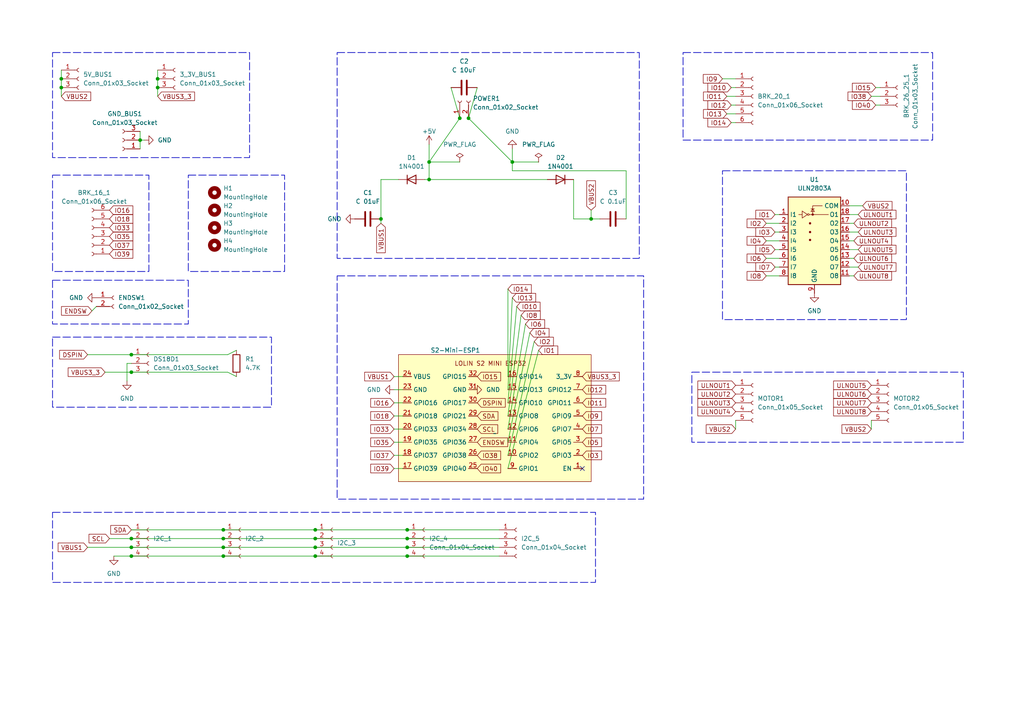
<source format=kicad_sch>
(kicad_sch (version 20230121) (generator eeschema)
  (paper "A4")
  (lib_symbols
    (symbol "Conn_01x03_Socket_1" (pin_names (offset 1.016) hide)
      (property "Reference" "J" (at 0 5.08 0))
      (property "Value" "Conn_01x03_Socket" (at 0 -5.08 0))
      (symbol "Conn_01x03_Socket_1_1_1"
        (arc (start 0 -2.032) (mid -0.5058 -2.54) (end 0 -3.048) (stroke (width 0.1524)))
        (polyline (pts (xy -1.27 -2.54) (xy -0.508 -2.54)) (stroke (width 0.1524)))
        (polyline (pts (xy -1.27 0) (xy -0.508 0)) (stroke (width 0.1524)))
        (polyline (pts (xy -1.27 2.54) (xy -0.508 2.54)) (stroke (width 0.1524)))
        (arc (start 0 0.508) (mid -0.5058 0) (end 0 -0.508) (stroke (width 0.1524)))
        (arc (start 0 3.048) (mid -0.5058 2.54) (end 0 2.032) (stroke (width 0.1524)))
        (pin passive line (at -5.08 2.54 0) (length 3.81) (name "Pin_1") (number "1"))
        (pin passive line (at -5.08 0 0) (length 3.81) (name "Pin_2") (number "2"))
        (pin passive line (at -5.08 -2.54 0) (length 3.81) (name "Pin_3") (number "3"))
      )
    )
    (symbol "Connector:Conn_01x02_Socket" (pin_names (offset 1.016) hide)
      (property "Reference" "J" (at 0 2.54 0))
      (property "Value" "Conn_01x02_Socket" (at 0 -5.08 0))
      (symbol "Conn_01x02_Socket_1_1"
        (arc (start 0 -2.032) (mid -0.5058 -2.54) (end 0 -3.048) (stroke (width 0.1524)))
        (polyline (pts (xy -1.27 -2.54) (xy -0.508 -2.54)) (stroke (width 0.1524)))
        (polyline (pts (xy -1.27 0) (xy -0.508 0)) (stroke (width 0.1524)))
        (arc (start 0 0.508) (mid -0.5058 0) (end 0 -0.508) (stroke (width 0.1524)))
        (pin passive line (at -5.08 0 0) (length 3.81) (name "Pin_1") (number "1"))
        (pin passive line (at -5.08 -2.54 0) (length 3.81) (name "Pin_2") (number "2"))
      )
    )
    (symbol "Connector:Conn_01x03_Socket" (pin_names (offset 1.016) hide)
      (property "Reference" "J" (at 0 5.08 0))
      (property "Value" "Conn_01x03_Socket" (at 0 -5.08 0))
      (symbol "Conn_01x03_Socket_1_1"
        (arc (start 0 -2.032) (mid -0.5058 -2.54) (end 0 -3.048) (stroke (width 0.1524)))
        (polyline (pts (xy -1.27 -2.54) (xy -0.508 -2.54)) (stroke (width 0.1524)))
        (polyline (pts (xy -1.27 0) (xy -0.508 0)) (stroke (width 0.1524)))
        (polyline (pts (xy -1.27 2.54) (xy -0.508 2.54)) (stroke (width 0.1524)))
        (arc (start 0 0.508) (mid -0.5058 0) (end 0 -0.508) (stroke (width 0.1524)))
        (arc (start 0 3.048) (mid -0.5058 2.54) (end 0 2.032) (stroke (width 0.1524)))
        (pin passive line (at -5.08 2.54 0) (length 3.81) (name "Pin_1") (number "1"))
        (pin passive line (at -5.08 0 0) (length 3.81) (name "Pin_2") (number "2"))
        (pin passive line (at -5.08 -2.54 0) (length 3.81) (name "Pin_3") (number "3"))
      )
    )
    (symbol "Connector:Conn_01x04_Socket" (pin_names (offset 1.016) hide)
      (property "Reference" "J" (at 0 5.08 0))
      (property "Value" "Conn_01x04_Socket" (at 0 -7.62 0))
      (symbol "Conn_01x04_Socket_1_1"
        (arc (start 0 -4.572) (mid -0.5058 -5.08) (end 0 -5.588) (stroke (width 0.1524)))
        (arc (start 0 -2.032) (mid -0.5058 -2.54) (end 0 -3.048) (stroke (width 0.1524)))
        (polyline (pts (xy -1.27 -5.08) (xy -0.508 -5.08)) (stroke (width 0.1524)))
        (polyline (pts (xy -1.27 -2.54) (xy -0.508 -2.54)) (stroke (width 0.1524)))
        (polyline (pts (xy -1.27 0) (xy -0.508 0)) (stroke (width 0.1524)))
        (polyline (pts (xy -1.27 2.54) (xy -0.508 2.54)) (stroke (width 0.1524)))
        (arc (start 0 0.508) (mid -0.5058 0) (end 0 -0.508) (stroke (width 0.1524)))
        (arc (start 0 3.048) (mid -0.5058 2.54) (end 0 2.032) (stroke (width 0.1524)))
        (pin passive line (at -5.08 2.54 0) (length 3.81) (name "Pin_1") (number "1"))
        (pin passive line (at -5.08 0 0) (length 3.81) (name "Pin_2") (number "2"))
        (pin passive line (at -5.08 -2.54 0) (length 3.81) (name "Pin_3") (number "3"))
        (pin passive line (at -5.08 -5.08 0) (length 3.81) (name "Pin_4") (number "4"))
      )
    )
    (symbol "Connector:Conn_01x05_Socket" (pin_names (offset 1.016) hide)
      (property "Reference" "J" (at 0 7.62 0))
      (property "Value" "Conn_01x05_Socket" (at 0 -7.62 0))
      (symbol "Conn_01x05_Socket_1_1"
        (arc (start 0 -4.572) (mid -0.5058 -5.08) (end 0 -5.588) (stroke (width 0.1524)))
        (arc (start 0 -2.032) (mid -0.5058 -2.54) (end 0 -3.048) (stroke (width 0.1524)))
        (polyline (pts (xy -1.27 -5.08) (xy -0.508 -5.08)) (stroke (width 0.1524)))
        (polyline (pts (xy -1.27 -2.54) (xy -0.508 -2.54)) (stroke (width 0.1524)))
        (polyline (pts (xy -1.27 0) (xy -0.508 0)) (stroke (width 0.1524)))
        (polyline (pts (xy -1.27 2.54) (xy -0.508 2.54)) (stroke (width 0.1524)))
        (polyline (pts (xy -1.27 5.08) (xy -0.508 5.08)) (stroke (width 0.1524)))
        (arc (start 0 0.508) (mid -0.5058 0) (end 0 -0.508) (stroke (width 0.1524)))
        (arc (start 0 3.048) (mid -0.5058 2.54) (end 0 2.032) (stroke (width 0.1524)))
        (arc (start 0 5.588) (mid -0.5058 5.08) (end 0 4.572) (stroke (width 0.1524)))
        (pin passive line (at -5.08 5.08 0) (length 3.81) (name "Pin_1") (number "1"))
        (pin passive line (at -5.08 2.54 0) (length 3.81) (name "Pin_2") (number "2"))
        (pin passive line (at -5.08 0 0) (length 3.81) (name "Pin_3") (number "3"))
        (pin passive line (at -5.08 -2.54 0) (length 3.81) (name "Pin_4") (number "4"))
        (pin passive line (at -5.08 -5.08 0) (length 3.81) (name "Pin_5") (number "5"))
      )
    )
    (symbol "Connector:Conn_01x06_Socket" (pin_names (offset 1.016) hide)
      (property "Reference" "J" (at 0 7.62 0))
      (property "Value" "Conn_01x06_Socket" (at 0 -10.16 0))
      (symbol "Conn_01x06_Socket_1_1"
        (arc (start 0 -7.112) (mid -0.5058 -7.62) (end 0 -8.128) (stroke (width 0.1524)))
        (arc (start 0 -4.572) (mid -0.5058 -5.08) (end 0 -5.588) (stroke (width 0.1524)))
        (arc (start 0 -2.032) (mid -0.5058 -2.54) (end 0 -3.048) (stroke (width 0.1524)))
        (polyline (pts (xy -1.27 -7.62) (xy -0.508 -7.62)) (stroke (width 0.1524)))
        (polyline (pts (xy -1.27 -5.08) (xy -0.508 -5.08)) (stroke (width 0.1524)))
        (polyline (pts (xy -1.27 -2.54) (xy -0.508 -2.54)) (stroke (width 0.1524)))
        (polyline (pts (xy -1.27 0) (xy -0.508 0)) (stroke (width 0.1524)))
        (polyline (pts (xy -1.27 2.54) (xy -0.508 2.54)) (stroke (width 0.1524)))
        (polyline (pts (xy -1.27 5.08) (xy -0.508 5.08)) (stroke (width 0.1524)))
        (arc (start 0 0.508) (mid -0.5058 0) (end 0 -0.508) (stroke (width 0.1524)))
        (arc (start 0 3.048) (mid -0.5058 2.54) (end 0 2.032) (stroke (width 0.1524)))
        (arc (start 0 5.588) (mid -0.5058 5.08) (end 0 4.572) (stroke (width 0.1524)))
        (pin passive line (at -5.08 5.08 0) (length 3.81) (name "Pin_1") (number "1"))
        (pin passive line (at -5.08 2.54 0) (length 3.81) (name "Pin_2") (number "2"))
        (pin passive line (at -5.08 0 0) (length 3.81) (name "Pin_3") (number "3"))
        (pin passive line (at -5.08 -2.54 0) (length 3.81) (name "Pin_4") (number "4"))
        (pin passive line (at -5.08 -5.08 0) (length 3.81) (name "Pin_5") (number "5"))
        (pin passive line (at -5.08 -7.62 0) (length 3.81) (name "Pin_6") (number "6"))
      )
    )
    (symbol "Device:C" (pin_numbers hide) (pin_names (offset 0.254))
      (property "Reference" "C" (at 0.635 2.54 0))
      (property "Value" "C" (at 0.635 -2.54 0))
      (symbol "C_0_1"
        (polyline (pts (xy -2.032 -0.762) (xy 2.032 -0.762)) (stroke (width 0.508)))
        (polyline (pts (xy -2.032 0.762) (xy 2.032 0.762)) (stroke (width 0.508)))
      )
      (symbol "C_1_1"
        (pin passive line (at 0 3.81 270) (length 2.794) (name "~") (number "1"))
        (pin passive line (at 0 -3.81 90) (length 2.794) (name "~") (number "2"))
      )
    )
    (symbol "Device:R" (pin_numbers hide) (pin_names (offset 0))
      (property "Reference" "R" (at 2.032 0 90))
      (property "Value" "R" (at 0 0 90))
      (symbol "R_0_1"
        (rectangle (start -1.016 -2.54) (end 1.016 2.54) (stroke (width 0.254)))
      )
      (symbol "R_1_1"
        (pin passive line (at 0 3.81 270) (length 1.27) (name "~") (number "1"))
        (pin passive line (at 0 -3.81 90) (length 1.27) (name "~") (number "2"))
      )
    )
    (symbol "Diode:1N4001" (pin_numbers hide) (pin_names hide)
      (property "Reference" "D" (at 0 2.54 0))
      (property "Value" "1N4001" (at 0 -2.54 0))
      (symbol "1N4001_0_1"
        (polyline (pts (xy -1.27 1.27) (xy -1.27 -1.27)) (stroke (width 0.254)))
        (polyline (pts (xy 1.27 0) (xy -1.27 0)))
        (polyline (pts (xy 1.27 1.27) (xy 1.27 -1.27) (xy -1.27 0) (xy 1.27 1.27)) (stroke (width 0.254)))
      )
      (symbol "1N4001_1_1"
        (pin passive line (at -3.81 0 0) (length 2.54) (name "K") (number "1"))
        (pin passive line (at 3.81 0 180) (length 2.54) (name "A") (number "2"))
      )
    )
    (symbol "Mechanical:MountingHole" (pin_names (offset 1.016))
      (property "Reference" "H" (at 0 5.08 0))
      (property "Value" "MountingHole" (at 0 3.175 0))
      (symbol "MountingHole_0_1"
        (circle (center 0 0) (radius 1.27) (stroke (width 1.27)))
      )
    )
    (symbol "TeZ-Symbols-Library:S2-MINI"
      (property "Reference" "MCU" (at 0 0 0))
      (symbol "S2-MINI_1_1"
        (rectangle (start -27.94 22.86) (end 27.94 -13.97) (fill (type background)))
        (text "LOLIN S2 MINI ESP32\n" (at -1.27 20.32 0) (effects (font (size 1.27 1.27))))
        (pin bidirectional line (at 25.4 -10.16 180) (length 2.54) (name "EN") (number "1"))
        (pin bidirectional line (at 3.81 -6.35 0) (length 2.54) (name "GPIO2") (number "10"))
        (pin bidirectional line (at 3.81 -2.54 0) (length 2.54) (name "GPIO4") (number "11"))
        (pin bidirectional line (at 3.81 1.27 0) (length 2.54) (name "GPIO6") (number "12"))
        (pin bidirectional line (at 3.81 5.08 0) (length 2.54) (name "GPIO8") (number "13"))
        (pin bidirectional line (at 3.81 8.89 0) (length 2.54) (name "GPIO10") (number "14"))
        (pin bidirectional line (at 3.81 12.7 0) (length 2.54) (name "GPIO13") (number "15"))
        (pin bidirectional line (at 3.81 16.51 0) (length 2.54) (name "GPIO14") (number "16"))
        (pin bidirectional line (at -26.67 -10.16 0) (length 2.54) (name "GPIO39") (number "17"))
        (pin bidirectional line (at -26.67 -6.35 0) (length 2.54) (name "GPIO37") (number "18"))
        (pin bidirectional line (at -26.67 -2.54 0) (length 2.54) (name "GPIO35") (number "19"))
        (pin bidirectional line (at 25.4 -6.35 180) (length 2.54) (name "GPIO3") (number "2"))
        (pin bidirectional line (at -26.67 1.27 0) (length 2.54) (name "GPIO33") (number "20"))
        (pin bidirectional line (at -26.67 5.08 0) (length 2.54) (name "GPIO18") (number "21"))
        (pin bidirectional line (at -26.67 8.89 0) (length 2.54) (name "GPIO16") (number "22"))
        (pin bidirectional line (at -26.67 12.7 0) (length 2.54) (name "GND") (number "23"))
        (pin bidirectional line (at -26.67 16.51 0) (length 2.54) (name "VBUS") (number "24"))
        (pin bidirectional line (at -5.08 -10.16 180) (length 2.54) (name "GPIO40") (number "25"))
        (pin bidirectional line (at -5.08 -6.35 180) (length 2.54) (name "GPIO38") (number "26"))
        (pin bidirectional line (at -5.08 -2.54 180) (length 2.54) (name "GPIO36") (number "27"))
        (pin bidirectional line (at -5.08 1.27 180) (length 2.54) (name "GPIO34") (number "28"))
        (pin bidirectional line (at -5.08 5.08 180) (length 2.54) (name "GPIO21") (number "29"))
        (pin bidirectional line (at 25.4 -2.54 180) (length 2.54) (name "GPIO5") (number "3"))
        (pin bidirectional line (at -5.08 8.89 180) (length 2.54) (name "GPIO17") (number "30"))
        (pin bidirectional line (at -5.08 12.7 180) (length 2.54) (name "GND") (number "31"))
        (pin bidirectional line (at -5.08 16.51 180) (length 2.54) (name "GPIO15") (number "32"))
        (pin bidirectional line (at 25.4 1.27 180) (length 2.54) (name "GPIO7") (number "4"))
        (pin bidirectional line (at 25.4 5.08 180) (length 2.54) (name "GPIO9") (number "5"))
        (pin bidirectional line (at 25.4 8.89 180) (length 2.54) (name "GPIO11") (number "6"))
        (pin bidirectional line (at 25.4 12.7 180) (length 2.54) (name "GPIO12") (number "7"))
        (pin bidirectional line (at 25.4 16.51 180) (length 2.54) (name "3_3V") (number "8"))
        (pin bidirectional line (at 3.81 -10.16 0) (length 2.54) (name "GPIO1") (number "9"))
      )
    )
    (symbol "Transistor_Array:ULN2803A"
      (property "Reference" "U" (at 0 13.335 0))
      (property "Value" "ULN2803A" (at 0 11.43 0))
      (symbol "ULN2803A_0_1"
        (rectangle (start -7.62 -15.24) (end 7.62 10.16) (stroke (width 0.254)) (fill (type background)))
        (circle (center -1.778 5.08) (radius 0.254))
        (circle (center -1.27 -2.286) (radius 0.254) (fill (type outline)))
        (circle (center -1.27 0) (radius 0.254) (fill (type outline)))
        (circle (center -1.27 2.54) (radius 0.254) (fill (type outline)))
        (circle (center -0.508 5.08) (radius 0.254) (fill (type outline)))
        (polyline (pts (xy -4.572 5.08) (xy -3.556 5.08)))
        (polyline (pts (xy -1.524 5.08) (xy 4.064 5.08)))
        (polyline (pts (xy 0 6.731) (xy -1.016 6.731)))
        (polyline (pts (xy -0.508 5.08) (xy -0.508 7.62) (xy 2.286 7.62)))
        (polyline (pts (xy -3.556 6.096) (xy -3.556 4.064) (xy -2.032 5.08) (xy -3.556 6.096)))
        (polyline (pts (xy 0 5.969) (xy -1.016 5.969) (xy -0.508 6.731) (xy 0 5.969)))
      )
      (symbol "ULN2803A_1_1"
        (pin input line (at -10.16 5.08 0) (length 2.54) (name "I1") (number "1"))
        (pin passive line (at 10.16 7.62 180) (length 2.54) (name "COM") (number "10"))
        (pin open_collector line (at 10.16 -12.7 180) (length 2.54) (name "O8") (number "11"))
        (pin open_collector line (at 10.16 -10.16 180) (length 2.54) (name "O7") (number "12"))
        (pin open_collector line (at 10.16 -7.62 180) (length 2.54) (name "O6") (number "13"))
        (pin open_collector line (at 10.16 -5.08 180) (length 2.54) (name "O5") (number "14"))
        (pin open_collector line (at 10.16 -2.54 180) (length 2.54) (name "O4") (number "15"))
        (pin open_collector line (at 10.16 0 180) (length 2.54) (name "O3") (number "16"))
        (pin open_collector line (at 10.16 2.54 180) (length 2.54) (name "O2") (number "17"))
        (pin open_collector line (at 10.16 5.08 180) (length 2.54) (name "O1") (number "18"))
        (pin input line (at -10.16 2.54 0) (length 2.54) (name "I2") (number "2"))
        (pin input line (at -10.16 0 0) (length 2.54) (name "I3") (number "3"))
        (pin input line (at -10.16 -2.54 0) (length 2.54) (name "I4") (number "4"))
        (pin input line (at -10.16 -5.08 0) (length 2.54) (name "I5") (number "5"))
        (pin input line (at -10.16 -7.62 0) (length 2.54) (name "I6") (number "6"))
        (pin input line (at -10.16 -10.16 0) (length 2.54) (name "I7") (number "7"))
        (pin input line (at -10.16 -12.7 0) (length 2.54) (name "I8") (number "8"))
        (pin passive line (at 0 -17.78 90) (length 2.54) (name "GND") (number "9"))
      )
    )
    (symbol "power:+5V" (power) (pin_names (offset 0))
      (property "Value" "+5V" (at 0 3.556 0))
      (symbol "+5V_0_1"
        (polyline (pts (xy -0.762 1.27) (xy 0 2.54)))
        (polyline (pts (xy 0 0) (xy 0 2.54)))
        (polyline (pts (xy 0 2.54) (xy 0.762 1.27)))
      )
      (symbol "+5V_1_1"
        (pin power_in line (at 0 0 90) (length 0) hide (name "+5V") (number "1"))
      )
    )
    (symbol "power:GND" (power) (pin_names (offset 0))
      (property "Value" "GND" (at 0 -3.81 0))
      (symbol "GND_0_1"
        (polyline (pts (xy 0 0) (xy 0 -1.27) (xy 1.27 -1.27) (xy 0 -2.54) (xy -1.27 -1.27) (xy 0 -1.27)))
      )
      (symbol "GND_1_1"
        (pin power_in line (at 0 0 270) (length 0) hide (name "GND") (number "1"))
      )
    )
    (symbol "power:PWR_FLAG" (power) (pin_numbers hide) (pin_names (offset 0) hide)
      (property "Value" "PWR_FLAG" (at 0 3.81 0))
      (symbol "PWR_FLAG_0_0"
        (pin power_out line (at 0 0 90) (length 0) (name "pwr") (number "1"))
      )
      (symbol "PWR_FLAG_0_1"
        (polyline (pts (xy 0 0) (xy 0 1.27) (xy -1.016 1.905) (xy 0 2.54) (xy 1.016 1.905) (xy 0 1.27)))
      )
    )
  )
  (junction (at 45.72 25.4))
  (junction (at 118.11 156.21))
  (junction (at 133.35 34.29))
  (junction (at 17.78 25.4))
  (junction (at 64.77 156.21))
  (junction (at 124.46 52.07))
  (junction (at 135.89 34.29))
  (junction (at 171.45 63.5))
  (junction (at 40.64 40.64))
  (junction (at 64.77 158.75))
  (junction (at 91.44 161.29))
  (junction (at 118.11 161.29))
  (junction (at 110.49 63.5))
  (junction (at 124.46 46.99))
  (junction (at 64.77 161.29))
  (junction (at 118.11 158.75))
  (junction (at 91.44 153.67))
  (junction (at 118.11 153.67))
  (junction (at 64.77 153.67))
  (junction (at 45.72 22.86))
  (junction (at 91.44 158.75))
  (junction (at 38.1 107.95))
  (junction (at 38.1 158.75))
  (junction (at 38.1 161.29))
  (junction (at 17.78 22.86))
  (junction (at 38.1 102.87))
  (junction (at 91.44 156.21))
  (junction (at 38.1 156.21))
  (junction (at 148.59 46.99))
  (no_connect (at 168.91 135.89))
  (wire (pts (xy 17.78 20.32) (xy 17.78 22.86)))
  (wire (pts (xy 248.92 62.23) (xy 246.38 62.23)))
  (wire (pts (xy 25.4 102.87) (xy 38.1 102.87)))
  (wire (pts (xy 224.79 67.31) (xy 226.06 67.31)))
  (wire (pts (xy 212.09 35.56) (xy 213.36 35.56)))
  (wire (pts (xy 38.1 161.29) (xy 64.77 161.29)))
  (wire (pts (xy 254 30.48) (xy 255.27 30.48)))
  (wire (pts (xy 64.77 153.67) (xy 91.44 153.67)))
  (wire (pts (xy 40.64 38.1) (xy 40.64 40.64)))
  (wire (pts (xy 156.21 46.99) (xy 148.59 46.99)))
  (wire (pts (xy 222.25 74.93) (xy 226.06 74.93)))
  (wire (pts (xy 36.83 105.41) (xy 36.83 110.49)))
  (wire (pts (xy 38.1 107.95) (xy 66.04 107.95)))
  (wire (pts (xy 153.67 96.52) (xy 147.32 128.27)))
  (wire (pts (xy 130.81 25.4) (xy 133.35 34.29)))
  (wire (pts (xy 64.77 158.75) (xy 38.1 158.75)))
  (wire (pts (xy 222.25 80.01) (xy 226.06 80.01)))
  (wire (pts (xy 147.32 83.82) (xy 147.32 109.22)))
  (wire (pts (xy 171.45 63.5) (xy 173.99 63.5)))
  (wire (pts (xy 222.25 64.77) (xy 226.06 64.77)))
  (wire (pts (xy 31.75 156.21) (xy 38.1 156.21)))
  (wire (pts (xy 133.35 34.29) (xy 124.46 46.99)))
  (wire (pts (xy 224.79 72.39) (xy 226.06 72.39)))
  (wire (pts (xy 91.44 156.21) (xy 118.11 156.21)))
  (wire (pts (xy 247.65 69.85) (xy 246.38 69.85)))
  (wire (pts (xy 38.1 153.67) (xy 64.77 153.67)))
  (wire (pts (xy 151.13 91.44) (xy 147.32 120.65)))
  (wire (pts (xy 64.77 156.21) (xy 91.44 156.21)))
  (wire (pts (xy 41.91 40.64) (xy 40.64 40.64)))
  (wire (pts (xy 118.11 158.75) (xy 91.44 158.75)))
  (wire (pts (xy 17.78 22.86) (xy 17.78 25.4)))
  (wire (pts (xy 212.09 30.48) (xy 213.36 30.48)))
  (wire (pts (xy 124.46 52.07) (xy 123.19 52.07)))
  (wire (pts (xy 148.59 49.53) (xy 181.61 49.53)))
  (wire (pts (xy 148.59 43.18) (xy 148.59 46.99)))
  (wire (pts (xy 144.78 161.29) (xy 118.11 161.29)))
  (wire (pts (xy 209.55 22.86) (xy 213.36 22.86)))
  (wire (pts (xy 114.3 135.89) (xy 116.84 135.89)))
  (wire (pts (xy 152.4 93.98) (xy 147.32 124.46)))
  (wire (pts (xy 171.45 60.96) (xy 171.45 63.5)))
  (wire (pts (xy 213.36 121.92) (xy 213.36 124.46)))
  (wire (pts (xy 45.72 22.86) (xy 45.72 25.4)))
  (wire (pts (xy 124.46 52.07) (xy 158.75 52.07)))
  (wire (pts (xy 110.49 64.77) (xy 110.49 63.5)))
  (wire (pts (xy 124.46 41.91) (xy 124.46 46.99)))
  (wire (pts (xy 138.43 113.03) (xy 137.16 113.03)))
  (wire (pts (xy 247.65 80.01) (xy 246.38 80.01)))
  (wire (pts (xy 33.02 161.29) (xy 38.1 161.29)))
  (wire (pts (xy 147.32 113.03) (xy 148.59 86.36)))
  (wire (pts (xy 212.09 25.4) (xy 213.36 25.4)))
  (wire (pts (xy 45.72 20.32) (xy 45.72 22.86)))
  (wire (pts (xy 224.79 62.23) (xy 226.06 62.23)))
  (wire (pts (xy 247.65 64.77) (xy 246.38 64.77)))
  (wire (pts (xy 166.37 63.5) (xy 171.45 63.5)))
  (wire (pts (xy 36.83 105.41) (xy 38.1 105.41)))
  (wire (pts (xy 148.59 46.99) (xy 148.59 49.53)))
  (wire (pts (xy 247.65 74.93) (xy 246.38 74.93)))
  (wire (pts (xy 25.4 158.75) (xy 38.1 158.75)))
  (wire (pts (xy 154.94 99.06) (xy 147.32 132.08)))
  (wire (pts (xy 144.78 156.21) (xy 118.11 156.21)))
  (wire (pts (xy 124.46 46.99) (xy 124.46 52.07)))
  (wire (pts (xy 181.61 63.5) (xy 181.61 49.53)))
  (wire (pts (xy 114.3 120.65) (xy 116.84 120.65)))
  (wire (pts (xy 114.3 132.08) (xy 116.84 132.08)))
  (wire (pts (xy 135.89 34.29) (xy 148.59 46.99)))
  (wire (pts (xy 210.82 33.02) (xy 213.36 33.02)))
  (wire (pts (xy 17.78 25.4) (xy 17.78 27.94)))
  (wire (pts (xy 254 25.4) (xy 255.27 25.4)))
  (wire (pts (xy 114.3 116.84) (xy 116.84 116.84)))
  (wire (pts (xy 252.73 27.94) (xy 255.27 27.94)))
  (wire (pts (xy 66.04 102.87) (xy 68.58 101.6)))
  (wire (pts (xy 144.78 158.75) (xy 118.11 158.75)))
  (wire (pts (xy 248.92 77.47) (xy 246.38 77.47)))
  (wire (pts (xy 210.82 27.94) (xy 213.36 27.94)))
  (wire (pts (xy 138.43 25.4) (xy 135.89 34.29)))
  (wire (pts (xy 166.37 63.5) (xy 166.37 52.07)))
  (wire (pts (xy 40.64 43.18) (xy 40.64 40.64)))
  (wire (pts (xy 115.57 52.07) (xy 110.49 52.07)))
  (wire (pts (xy 114.3 124.46) (xy 116.84 124.46)))
  (wire (pts (xy 248.92 72.39) (xy 246.38 72.39)))
  (wire (pts (xy 252.73 121.92) (xy 252.73 124.46)))
  (wire (pts (xy 114.3 109.22) (xy 116.84 109.22)))
  (wire (pts (xy 118.11 161.29) (xy 91.44 161.29)))
  (wire (pts (xy 114.3 128.27) (xy 116.84 128.27)))
  (wire (pts (xy 133.35 46.99) (xy 124.46 46.99)))
  (wire (pts (xy 114.3 113.03) (xy 116.84 113.03)))
  (wire (pts (xy 38.1 107.95) (xy 30.48 107.95)))
  (wire (pts (xy 222.25 69.85) (xy 226.06 69.85)))
  (wire (pts (xy 118.11 153.67) (xy 144.78 153.67)))
  (wire (pts (xy 224.79 77.47) (xy 226.06 77.47)))
  (wire (pts (xy 110.49 52.07) (xy 110.49 63.5)))
  (wire (pts (xy 38.1 102.87) (xy 66.04 102.87)))
  (wire (pts (xy 38.1 156.21) (xy 64.77 156.21)))
  (wire (pts (xy 45.72 25.4) (xy 45.72 27.94)))
  (wire (pts (xy 91.44 161.29) (xy 64.77 161.29)))
  (wire (pts (xy 66.04 107.95) (xy 68.58 109.22)))
  (wire (pts (xy 26.67 90.17) (xy 27.94 88.9)))
  (wire (pts (xy 91.44 158.75) (xy 64.77 158.75)))
  (wire (pts (xy 248.92 67.31) (xy 246.38 67.31)))
  (wire (pts (xy 91.44 153.67) (xy 118.11 153.67)))
  (wire (pts (xy 156.21 101.6) (xy 147.32 135.89)))
  (wire (pts (xy 246.38 59.69) (xy 250.19 59.69)))
  (wire (pts (xy 149.86 88.9) (xy 147.32 116.84)))
  (rectangle (start 209.55 49.53) (end 262.89 92.71) (stroke (width 0.2) (type dash)))
  (rectangle (start 200.66 107.95) (end 279.4 128.27) (stroke (width 0.2) (type dash)))
  (rectangle (start 15.24 148.59) (end 172.72 168.91) (stroke (width 0.2) (type dash)))
  (rectangle (start 54.61 50.8) (end 82.55 78.74) (stroke (width 0.2) (type dash)))
  (rectangle (start 15.24 50.8) (end 43.18 78.74) (stroke (width 0.2) (type dash)))
  (rectangle (start 97.79 15.24) (end 185.42 74.93) (stroke (width 0.2) (type dash)))
  (rectangle (start 15.24 97.79) (end 78.74 118.11) (stroke (width 0.2) (type dash)))
  (rectangle (start 97.79 80.01) (end 186.69 144.78) (stroke (width 0.2) (type dash)))
  (rectangle (start 15.24 81.28) (end 54.61 93.98) (stroke (width 0.2) (type dash)))
  (rectangle (start 198.12 15.24) (end 270.51 40.64) (stroke (width 0.2) (type dash)))
  (rectangle (start 15.24 15.24) (end 72.39 45.72) (stroke (width 0.2) (type dash)))
  (global_label "VBUS3_3" (shape input) (at 45.72 27.94 0) (property "Intersheetrefs" "${INTERSHEET_REFS}" (effects hide)))
  (global_label "SDA" (shape input) (at 38.1 153.67 180) (property "Intersheetrefs" "${INTERSHEET_REFS}" (effects hide)))
  (global_label "IO35" (shape input) (at 31.75 68.58 0) (property "Intersheetrefs" "${INTERSHEET_REFS}" (effects hide)))
  (global_label "VBUS2" (shape input) (at 171.45 60.96 90) (property "Intersheetrefs" "${INTERSHEET_REFS}" (effects hide)))
  (global_label "IO16" (shape input) (at 31.75 60.96 0) (property "Intersheetrefs" "${INTERSHEET_REFS}" (effects hide)))
  (global_label "IO4" (shape input) (at 222.25 69.85 180) (property "Intersheetrefs" "${INTERSHEET_REFS}" (effects hide)))
  (global_label "ULNOUT2" (shape input) (at 213.36 114.3 180) (property "Intersheetrefs" "${INTERSHEET_REFS}" (effects hide)))
  (global_label "ULNOUT1" (shape input) (at 248.92 62.23 0) (property "Intersheetrefs" "${INTERSHEET_REFS}" (effects hide)))
  (global_label "IO18" (shape input) (at 31.75 63.5 0) (property "Intersheetrefs" "${INTERSHEET_REFS}" (effects hide)))
  (global_label "IO13" (shape input) (at 148.59 86.36 0) (property "Intersheetrefs" "${INTERSHEET_REFS}" (effects hide)))
  (global_label "IO8" (shape input) (at 222.25 80.01 180) (property "Intersheetrefs" "${INTERSHEET_REFS}" (effects hide)))
  (global_label "IO40" (shape input) (at 254 30.48 180) (property "Intersheetrefs" "${INTERSHEET_REFS}" (effects hide)))
  (global_label "IO7" (shape input) (at 224.79 77.47 180) (property "Intersheetrefs" "${INTERSHEET_REFS}" (effects hide)))
  (global_label "ENDSW" (shape input) (at 26.67 90.17 180) (property "Intersheetrefs" "${INTERSHEET_REFS}" (effects hide)))
  (global_label "VBUS1" (shape input) (at 114.3 109.22 180) (property "Intersheetrefs" "${INTERSHEET_REFS}" (effects hide)))
  (global_label "IO15" (shape input) (at 138.43 109.22 0) (property "Intersheetrefs" "${INTERSHEET_REFS}" (effects hide)))
  (global_label "IO7" (shape input) (at 168.91 124.46 0) (property "Intersheetrefs" "${INTERSHEET_REFS}" (effects hide)))
  (global_label "IO3" (shape input) (at 168.91 132.08 0) (property "Intersheetrefs" "${INTERSHEET_REFS}" (effects hide)))
  (global_label "IO9" (shape input) (at 168.91 120.65 0) (property "Intersheetrefs" "${INTERSHEET_REFS}" (effects hide)))
  (global_label "IO5" (shape input) (at 224.79 72.39 180) (property "Intersheetrefs" "${INTERSHEET_REFS}" (effects hide)))
  (global_label "IO1" (shape input) (at 224.79 62.23 180) (property "Intersheetrefs" "${INTERSHEET_REFS}" (effects hide)))
  (global_label "VBUS2" (shape input) (at 213.36 124.46 180) (property "Intersheetrefs" "${INTERSHEET_REFS}" (effects hide)))
  (global_label "ULNOUT7" (shape input) (at 252.73 116.84 180) (property "Intersheetrefs" "${INTERSHEET_REFS}" (effects hide)))
  (global_label "IO15" (shape input) (at 254 25.4 180) (property "Intersheetrefs" "${INTERSHEET_REFS}" (effects hide)))
  (global_label "ULNOUT7" (shape input) (at 248.92 77.47 0) (property "Intersheetrefs" "${INTERSHEET_REFS}" (effects hide)))
  (global_label "SCL" (shape input) (at 138.43 124.46 0) (property "Intersheetrefs" "${INTERSHEET_REFS}" (effects hide)))
  (global_label "IO39" (shape input) (at 114.3 135.89 180) (property "Intersheetrefs" "${INTERSHEET_REFS}" (effects hide)))
  (global_label "IO3" (shape input) (at 224.79 67.31 180) (property "Intersheetrefs" "${INTERSHEET_REFS}" (effects hide)))
  (global_label "ULNOUT6" (shape input) (at 252.73 114.3 180) (property "Intersheetrefs" "${INTERSHEET_REFS}" (effects hide)))
  (global_label "ULNOUT3" (shape input) (at 213.36 116.84 180) (property "Intersheetrefs" "${INTERSHEET_REFS}" (effects hide)))
  (global_label "VBUS1" (shape input) (at 110.49 64.77 270) (property "Intersheetrefs" "${INTERSHEET_REFS}" (effects hide)))
  (global_label "IO2" (shape input) (at 222.25 64.77 180) (property "Intersheetrefs" "${INTERSHEET_REFS}" (effects hide)))
  (global_label "IO5" (shape input) (at 168.91 128.27 0) (property "Intersheetrefs" "${INTERSHEET_REFS}" (effects hide)))
  (global_label "ULNOUT8" (shape input) (at 247.65 80.01 0) (property "Intersheetrefs" "${INTERSHEET_REFS}" (effects hide)))
  (global_label "IO38" (shape input) (at 138.43 132.08 0) (property "Intersheetrefs" "${INTERSHEET_REFS}" (effects hide)))
  (global_label "IO9" (shape input) (at 209.55 22.86 180) (property "Intersheetrefs" "${INTERSHEET_REFS}" (effects hide)))
  (global_label "IO12" (shape input) (at 168.91 113.03 0) (property "Intersheetrefs" "${INTERSHEET_REFS}" (effects hide)))
  (global_label "IO16" (shape input) (at 114.3 116.84 180) (property "Intersheetrefs" "${INTERSHEET_REFS}" (effects hide)))
  (global_label "IO14" (shape input) (at 212.09 35.56 180) (property "Intersheetrefs" "${INTERSHEET_REFS}" (effects hide)))
  (global_label "VBUS2" (shape input) (at 252.73 124.46 180) (property "Intersheetrefs" "${INTERSHEET_REFS}" (effects hide)))
  (global_label "IO11" (shape input) (at 168.91 116.84 0) (property "Intersheetrefs" "${INTERSHEET_REFS}" (effects hide)))
  (global_label "IO8" (shape input) (at 151.13 91.44 0) (property "Intersheetrefs" "${INTERSHEET_REFS}" (effects hide)))
  (global_label "ULNOUT4" (shape input) (at 247.65 69.85 0) (property "Intersheetrefs" "${INTERSHEET_REFS}" (effects hide)))
  (global_label "DSPIN" (shape input) (at 25.4 102.87 180) (property "Intersheetrefs" "${INTERSHEET_REFS}" (effects hide)))
  (global_label "IO18" (shape input) (at 114.3 120.65 180) (property "Intersheetrefs" "${INTERSHEET_REFS}" (effects hide)))
  (global_label "IO38" (shape input) (at 252.73 27.94 180) (property "Intersheetrefs" "${INTERSHEET_REFS}" (effects hide)))
  (global_label "IO12" (shape input) (at 212.09 30.48 180) (property "Intersheetrefs" "${INTERSHEET_REFS}" (effects hide)))
  (global_label "IO10" (shape input) (at 212.09 25.4 180) (property "Intersheetrefs" "${INTERSHEET_REFS}" (effects hide)))
  (global_label "ULNOUT5" (shape input) (at 252.73 111.76 180) (property "Intersheetrefs" "${INTERSHEET_REFS}" (effects hide)))
  (global_label "IO6" (shape input) (at 222.25 74.93 180) (property "Intersheetrefs" "${INTERSHEET_REFS}" (effects hide)))
  (global_label "ULNOUT5" (shape input) (at 248.92 72.39 0) (property "Intersheetrefs" "${INTERSHEET_REFS}" (effects hide)))
  (global_label "SDA" (shape input) (at 138.43 120.65 0) (property "Intersheetrefs" "${INTERSHEET_REFS}" (effects hide)))
  (global_label "VBUS2" (shape input) (at 250.19 59.69 0) (property "Intersheetrefs" "${INTERSHEET_REFS}" (effects hide)))
  (global_label "ENDSW" (shape input) (at 138.43 128.27 0) (property "Intersheetrefs" "${INTERSHEET_REFS}" (effects hide)))
  (global_label "ULNOUT4" (shape input) (at 213.36 119.38 180) (property "Intersheetrefs" "${INTERSHEET_REFS}" (effects hide)))
  (global_label "IO2" (shape input) (at 154.94 99.06 0) (property "Intersheetrefs" "${INTERSHEET_REFS}" (effects hide)))
  (global_label "VBUS1" (shape input) (at 25.4 158.75 180) (property "Intersheetrefs" "${INTERSHEET_REFS}" (effects hide)))
  (global_label "SCL" (shape input) (at 31.75 156.21 180) (property "Intersheetrefs" "${INTERSHEET_REFS}" (effects hide)))
  (global_label "IO37" (shape input) (at 31.75 71.12 0) (property "Intersheetrefs" "${INTERSHEET_REFS}" (effects hide)))
  (global_label "IO33" (shape input) (at 114.3 124.46 180) (property "Intersheetrefs" "${INTERSHEET_REFS}" (effects hide)))
  (global_label "IO35" (shape input) (at 114.3 128.27 180) (property "Intersheetrefs" "${INTERSHEET_REFS}" (effects hide)))
  (global_label "ULNOUT3" (shape input) (at 248.92 67.31 0) (property "Intersheetrefs" "${INTERSHEET_REFS}" (effects hide)))
  (global_label "ULNOUT1" (shape input) (at 213.36 111.76 180) (property "Intersheetrefs" "${INTERSHEET_REFS}" (effects hide)))
  (global_label "IO40" (shape input) (at 138.43 135.89 0) (property "Intersheetrefs" "${INTERSHEET_REFS}" (effects hide)))
  (global_label "ULNOUT6" (shape input) (at 247.65 74.93 0) (property "Intersheetrefs" "${INTERSHEET_REFS}" (effects hide)))
  (global_label "IO39" (shape input) (at 31.75 73.66 0) (property "Intersheetrefs" "${INTERSHEET_REFS}" (effects hide)))
  (global_label "IO13" (shape input) (at 210.82 33.02 180) (property "Intersheetrefs" "${INTERSHEET_REFS}" (effects hide)))
  (global_label "ULNOUT2" (shape input) (at 247.65 64.77 0) (property "Intersheetrefs" "${INTERSHEET_REFS}" (effects hide)))
  (global_label "VBUS2" (shape input) (at 17.78 27.94 0) (property "Intersheetrefs" "${INTERSHEET_REFS}" (effects hide)))
  (global_label "IO37" (shape input) (at 114.3 132.08 180) (property "Intersheetrefs" "${INTERSHEET_REFS}" (effects hide)))
  (global_label "IO10" (shape input) (at 149.86 88.9 0) (property "Intersheetrefs" "${INTERSHEET_REFS}" (effects hide)))
  (global_label "IO1" (shape input) (at 156.21 101.6 0) (property "Intersheetrefs" "${INTERSHEET_REFS}" (effects hide)))
  (global_label "IO33" (shape input) (at 31.75 66.04 0) (property "Intersheetrefs" "${INTERSHEET_REFS}" (effects hide)))
  (global_label "VBUS3_3" (shape input) (at 30.48 107.95 180) (property "Intersheetrefs" "${INTERSHEET_REFS}" (effects hide)))
  (global_label "IO6" (shape input) (at 152.4 93.98 0) (property "Intersheetrefs" "${INTERSHEET_REFS}" (effects hide)))
  (global_label "IO14" (shape input) (at 147.32 83.82 0) (property "Intersheetrefs" "${INTERSHEET_REFS}" (effects hide)))
  (global_label "VBUS3_3" (shape input) (at 168.91 109.22 0) (property "Intersheetrefs" "${INTERSHEET_REFS}" (effects hide)))
  (global_label "ULNOUT8" (shape input) (at 252.73 119.38 180) (property "Intersheetrefs" "${INTERSHEET_REFS}" (effects hide)))
  (global_label "IO11" (shape input) (at 210.82 27.94 180) (property "Intersheetrefs" "${INTERSHEET_REFS}" (effects hide)))
  (global_label "DSPIN" (shape input) (at 138.43 116.84 0) (property "Intersheetrefs" "${INTERSHEET_REFS}" (effects hide)))
  (global_label "IO4" (shape input) (at 153.67 96.52 0) (property "Intersheetrefs" "${INTERSHEET_REFS}" (effects hide)))
  (symbol (lib_id "Connector:Conn_01x04_Socket") (at 43.18 156.21 0) (unit 1)
    (property "Reference" "I2C_1" (at 44.45 156.21 0) (effects (justify left)))
    (property "Value" "Conn_01x04_Socket" (effects hide))
    (property "Footprint" "Connector_JST:JST_EH_B4B-EH-A_1x04_P2.50mm_Vertical" (effects hide))
  )
  (symbol (lib_id "Device:R") (at 68.58 105.41 0) (unit 1)
    (property "Reference" "R1" (at 71.12 104.14 0) (effects (justify left)))
    (property "Value" "4.7K" (at 71.12 106.68 0) (effects (justify left)))
    (property "Footprint" "Resistor_THT:R_Axial_DIN0204_L3.6mm_D1.6mm_P5.08mm_Horizontal" (effects hide))
  )
  (symbol (lib_id "Connector:Conn_01x05_Socket") (at 218.44 116.84 0) (unit 1)
    (property "Reference" "MOTOR1" (at 219.71 115.57 0) (effects (justify left)))
    (property "Value" "Conn_01x05_Socket" (at 219.71 118.11 0) (effects (justify left)))
    (property "Footprint" "Connector_JST:JST_EH_B5B-EH-A_1x05_P2.50mm_Vertical" (effects hide))
  )
  (symbol (lib_id "Diode:1N4001") (at 162.56 52.07 180) (unit 1)
    (property "Reference" "D2" (at 162.56 45.72 0))
    (property "Value" "1N4001" (at 162.56 48.26 0))
    (property "Footprint" "Diode_THT:D_DO-41_SOD81_P10.16mm_Horizontal" (effects hide))
    (property "Datasheet" "http://www.vishay.com/docs/88503/1n4001.pdf" (effects hide))
    (property "Sim.Device" "D" (effects hide))
    (property "Sim.Pins" "1=K 2=A" (effects hide))
  )
  (symbol (lib_id "Connector:Conn_01x03_Socket") (at 50.8 22.86 0) (unit 1)
    (property "Reference" "3_3V_BUS1" (at 52.07 21.59 0) (effects (justify left)))
    (property "Value" "Conn_01x03_Socket" (at 52.07 24.13 0) (effects (justify left)))
    (property "Footprint" "Connector_PinHeader_2.54mm:PinHeader_1x03_P2.54mm_Vertical" (effects hide))
  )
  (symbol (lib_id "Connector:Conn_01x03_Socket") (at 35.56 40.64 180) (unit 1)
    (property "Reference" "GND_BUS1" (at 36.195 33.02 0))
    (property "Value" "Conn_01x03_Socket" (at 36.195 35.56 0))
    (property "Footprint" "Connector_PinHeader_2.54mm:PinHeader_1x03_P2.54mm_Vertical" (effects hide))
  )
  (symbol (lib_id "Connector:Conn_01x06_Socket") (at 26.67 68.58 180) (unit 1)
    (property "Reference" "BRK_16_1" (at 27.305 55.88 0))
    (property "Value" "Conn_01x06_Socket" (at 27.305 58.42 0))
    (property "Footprint" "Connector_PinHeader_2.54mm:PinHeader_1x06_P2.54mm_Vertical" (effects hide))
  )
  (symbol (lib_id "Mechanical:MountingHole") (at 62.23 66.04 0) (unit 1)
    (property "Reference" "H3" (at 64.77 64.77 0) (effects (justify left)))
    (property "Value" "MountingHole" (at 64.77 67.31 0) (effects (justify left)))
    (property "Footprint" "MountingHole:MountingHole_3.5mm_Pad" (effects hide))
  )
  (symbol (lib_id "Connector:Conn_01x06_Socket") (at 218.44 27.94 0) (unit 1)
    (property "Reference" "BRK_20_1" (at 219.71 27.94 0) (effects (justify left)))
    (property "Value" "Conn_01x06_Socket" (at 219.71 30.48 0) (effects (justify left)))
    (property "Footprint" "Connector_PinHeader_2.54mm:PinHeader_1x06_P2.54mm_Vertical" (effects hide))
  )
  (symbol (lib_id "TeZ-Symbols-Library:S2-MINI") (at 143.51 125.73 0) (unit 1)
    (property "Reference" "S2-Mini-ESP1" (at 132.08 101.6 0))
    (property "Value" "~" (at 143.51 125.73 0))
    (property "Footprint" "ESP32-LIBRARY:LOLIN Wemos S2 Mini" (effects hide))
  )
  (symbol (lib_id "power:GND") (at 27.94 86.36 270) (unit 1)
    (property "Reference" "#PWR01" (effects hide))
    (property "Value" "GND" (at 24.13 86.36 90) (effects (justify right)))
  )
  (symbol (lib_id "Connector:Conn_01x05_Socket") (at 257.81 116.84 0) (unit 1)
    (property "Reference" "MOTOR2" (at 259.08 115.57 0) (effects (justify left)))
    (property "Value" "Conn_01x05_Socket" (at 259.08 118.11 0) (effects (justify left)))
    (property "Footprint" "Connector_JST:JST_EH_B5B-EH-A_1x05_P2.50mm_Vertical" (effects hide))
  )
  (symbol (lib_id "power:GND") (at 137.16 113.03 90) (unit 1)
    (property "Reference" "#PWR08" (effects hide))
    (property "Value" "GND" (at 140.97 113.03 90) (effects (justify right)))
  )
  (symbol (lib_id "Device:C") (at 134.62 25.4 90) (unit 1)
    (property "Reference" "C2" (at 134.62 17.78 90))
    (property "Value" "C 10uF" (at 134.62 20.32 90))
    (property "Footprint" "Capacitor_THT:CP_Radial_D5.0mm_P2.50mm" (effects hide))
  )
  (symbol (lib_name "Conn_01x03_Socket_1") (lib_id "Connector:Conn_01x03_Socket") (at 43.18 105.41 0) (unit 1)
    (property "Reference" "DS18D1" (at 44.45 104.14 0) (effects (justify left)))
    (property "Value" "Conn_01x03_Socket" (at 44.45 106.68 0) (effects (justify left)))
    (property "Footprint" "Connector_JST:JST_EH_B3B-EH-A_1x03_P2.50mm_Vertical" (effects hide))
  )
  (symbol (lib_id "power:GND") (at 114.3 113.03 270) (unit 1)
    (property "Reference" "#PWR06" (effects hide))
    (property "Value" "GND" (at 110.49 113.03 90) (effects (justify right)))
  )
  (symbol (lib_id "power:GND") (at 148.59 43.18 180) (unit 1)
    (property "Reference" "#PWR09" (effects hide))
    (property "Value" "GND" (at 148.59 38.1 0))
  )
  (symbol (lib_id "power:GND") (at 236.22 85.09 0) (unit 1)
    (property "Reference" "#PWR010" (effects hide))
    (property "Value" "GND" (at 236.22 90.17 0))
  )
  (symbol (lib_id "power:GND") (at 41.91 40.64 90) (unit 1)
    (property "Reference" "#PWR04" (effects hide))
    (property "Value" "GND" (at 45.72 40.64 90) (effects (justify right)))
  )
  (symbol (lib_id "power:GND") (at 102.87 63.5 270) (unit 1)
    (property "Reference" "#PWR05" (effects hide))
    (property "Value" "GND" (at 99.06 63.5 90) (effects (justify right)))
  )
  (symbol (lib_id "Connector:Conn_01x04_Socket") (at 123.19 156.21 0) (unit 1)
    (property "Reference" "I2C_4" (at 124.46 156.21 0) (effects (justify left)))
    (property "Value" "Conn_01x04_Socket" (at 124.46 158.75 0) (effects (justify left)))
    (property "Footprint" "Connector_JST:JST_EH_B4B-EH-A_1x04_P2.50mm_Vertical" (effects hide))
  )
  (symbol (lib_id "Connector:Conn_01x03_Socket") (at 260.35 27.94 0) (unit 1)
    (property "Reference" "BRK_26_25_1" (at 262.89 34.29 90) (effects (justify left)))
    (property "Value" "Conn_01x03_Socket" (at 265.43 27.94 90))
    (property "Footprint" "Connector_PinHeader_2.54mm:PinHeader_1x03_P2.54mm_Vertical" (effects hide))
  )
  (symbol (lib_id "Device:C") (at 106.68 63.5 90) (unit 1)
    (property "Reference" "C1" (at 106.68 55.88 90))
    (property "Value" "C 01uF" (at 106.68 58.42 90))
    (property "Footprint" "Capacitor_THT:C_Disc_D3.8mm_W2.6mm_P2.50mm" (effects hide))
  )
  (symbol (lib_id "power:PWR_FLAG") (at 133.35 46.99 0) (unit 1)
    (property "Reference" "#FLG01" (effects hide))
    (property "Value" "PWR_FLAG" (at 133.35 41.91 0))
  )
  (symbol (lib_id "power:+5V") (at 124.46 41.91 0) (unit 1)
    (property "Reference" "#PWR07" (effects hide))
    (property "Value" "+5V" (at 124.46 38.1 0))
  )
  (symbol (lib_id "power:GND") (at 36.83 110.49 0) (unit 1)
    (property "Reference" "#PWR03" (effects hide))
    (property "Value" "GND" (at 36.83 115.57 0))
  )
  (symbol (lib_id "Mechanical:MountingHole") (at 62.23 60.96 0) (unit 1)
    (property "Reference" "H2" (at 64.77 59.69 0) (effects (justify left)))
    (property "Value" "MountingHole" (at 64.77 62.23 0) (effects (justify left)))
    (property "Footprint" "MountingHole:MountingHole_3.5mm_Pad" (effects hide))
  )
  (symbol (lib_id "Connector:Conn_01x02_Socket") (at 133.35 29.21 90) (unit 1)
    (property "Reference" "POWER1" (at 137.16 28.575 90) (effects (justify right)))
    (property "Value" "Conn_01x02_Socket" (at 137.16 31.115 90) (effects (justify right)))
    (property "Footprint" "Connector_JST:JST_EH_B2B-EH-A_1x02_P2.50mm_Vertical" (effects hide))
  )
  (symbol (lib_id "Connector:Conn_01x04_Socket") (at 69.85 156.21 0) (unit 1)
    (property "Reference" "I2C_2" (at 71.12 156.21 0) (effects (justify left)))
    (property "Value" "Conn_01x04_Socket" (effects hide))
    (property "Footprint" "Connector_JST:JST_EH_B4B-EH-A_1x04_P2.50mm_Vertical" (effects hide))
  )
  (symbol (lib_id "Connector:Conn_01x03_Socket") (at 22.86 22.86 0) (unit 1)
    (property "Reference" "5V_BUS1" (at 24.13 21.59 0) (effects (justify left)))
    (property "Value" "Conn_01x03_Socket" (at 24.13 24.13 0) (effects (justify left)))
    (property "Footprint" "Connector_PinHeader_2.54mm:PinHeader_1x03_P2.54mm_Vertical" (effects hide))
  )
  (symbol (lib_id "Mechanical:MountingHole") (at 62.23 71.12 0) (unit 1)
    (property "Reference" "H4" (at 64.77 69.85 0) (effects (justify left)))
    (property "Value" "MountingHole" (at 64.77 72.39 0) (effects (justify left)))
    (property "Footprint" "MountingHole:MountingHole_3.5mm_Pad" (effects hide))
  )
  (symbol (lib_id "Diode:1N4001") (at 119.38 52.07 0) (unit 1)
    (property "Reference" "D1" (at 119.38 45.72 0))
    (property "Value" "1N4001" (at 119.38 48.26 0))
    (property "Footprint" "Diode_THT:D_DO-41_SOD81_P10.16mm_Horizontal" (effects hide))
    (property "Datasheet" "http://www.vishay.com/docs/88503/1n4001.pdf" (effects hide))
    (property "Sim.Device" "D" (effects hide))
    (property "Sim.Pins" "1=K 2=A" (effects hide))
  )
  (symbol (lib_id "Connector:Conn_01x04_Socket") (at 96.52 156.21 0) (unit 1)
    (property "Reference" "I2C_3" (at 97.79 157.48 0) (effects (justify left)))
    (property "Value" "Conn_01x04_Socket" (effects hide))
    (property "Footprint" "Connector_JST:JST_EH_B4B-EH-A_1x04_P2.50mm_Vertical" (effects hide))
  )
  (symbol (lib_id "Device:C") (at 177.8 63.5 90) (unit 1)
    (property "Reference" "C3" (at 177.8 55.88 90))
    (property "Value" "C 0.1uF" (at 177.8 58.42 90))
    (property "Footprint" "Capacitor_THT:C_Disc_D3.8mm_W2.6mm_P2.50mm" (effects hide))
  )
  (symbol (lib_id "Mechanical:MountingHole") (at 62.23 55.88 0) (unit 1)
    (property "Reference" "H1" (at 64.77 54.61 0) (effects (justify left)))
    (property "Value" "MountingHole" (at 64.77 57.15 0) (effects (justify left)))
    (property "Footprint" "MountingHole:MountingHole_3.5mm_Pad" (effects hide))
  )
  (symbol (lib_id "Connector:Conn_01x04_Socket") (at 149.86 156.21 0) (unit 1)
    (property "Reference" "I2C_5" (at 151.13 156.21 0) (effects (justify left)))
    (property "Value" "Conn_01x04_Socket" (at 151.13 158.75 0) (effects (justify left)))
    (property "Footprint" "Connector_JST:JST_EH_B4B-EH-A_1x04_P2.50mm_Vertical" (effects hide))
  )
  (symbol (lib_id "Connector:Conn_01x02_Socket") (at 33.02 86.36 0) (unit 1)
    (property "Reference" "ENDSW1" (at 34.29 86.36 0) (effects (justify left)))
    (property "Value" "Conn_01x02_Socket" (at 34.29 88.9 0) (effects (justify left)))
    (property "Footprint" "Connector_JST:JST_EH_B2B-EH-A_1x02_P2.50mm_Vertical" (effects hide))
  )
  (symbol (lib_id "Transistor_Array:ULN2803A") (at 236.22 67.31 0) (unit 1)
    (property "Reference" "U1" (at 236.22 52.07 0))
    (property "Value" "ULN2803A" (at 236.22 54.61 0))
    (property "Footprint" "ULN2803A:ULN2803A" (effects hide))
    (property "Datasheet" "http://www.ti.com/lit/ds/symlink/uln2803a.pdf" (effects hide))
  )
  (symbol (lib_id "power:PWR_FLAG") (at 156.21 46.99 0) (unit 1)
    (property "Reference" "#FLG02" (effects hide))
    (property "Value" "PWR_FLAG" (at 156.21 41.91 0))
  )
  (symbol (lib_id "power:GND") (at 33.02 161.29 0) (unit 1)
    (property "Reference" "#PWR02" (effects hide))
    (property "Value" "GND" (at 33.02 166.37 0))
  )
)
</source>
